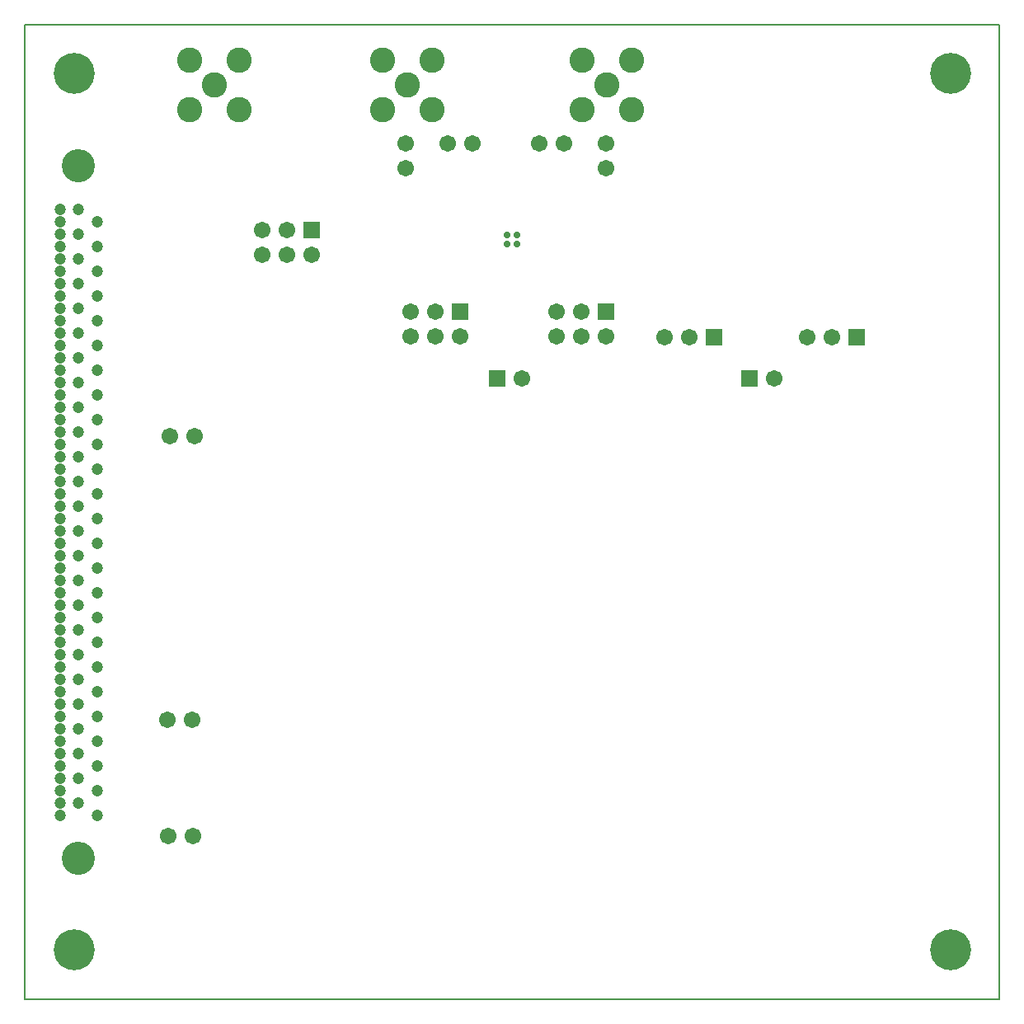
<source format=gbs>
G04*
G04 #@! TF.GenerationSoftware,Altium Limited,Altium Designer,21.7.2 (23)*
G04*
G04 Layer_Color=16711935*
%FSLAX44Y44*%
%MOMM*%
G71*
G04*
G04 #@! TF.SameCoordinates,11932732-5254-49CD-BAFF-0E93D504D006*
G04*
G04*
G04 #@! TF.FilePolarity,Negative*
G04*
G01*
G75*
%ADD14C,0.1500*%
%ADD25C,2.6032*%
%ADD26C,1.7032*%
%ADD27R,1.7032X1.7032*%
%ADD28C,3.4032*%
%ADD29C,1.2032*%
%ADD30C,4.2032*%
%ADD31C,0.7032*%
D14*
X0Y1000000D02*
X1000000D01*
Y0D02*
Y1000000D01*
X0Y0D02*
X1000000D01*
X0D02*
Y1000000D01*
Y0D02*
Y1000000D01*
D25*
X572100Y963980D02*
D03*
X622900D02*
D03*
Y913180D02*
D03*
X572100D02*
D03*
X597500Y938580D02*
D03*
X194600D02*
D03*
X169200Y913180D02*
D03*
X220000D02*
D03*
Y963980D02*
D03*
X169200D02*
D03*
X392100Y938580D02*
D03*
X366700Y913180D02*
D03*
X417500D02*
D03*
Y963980D02*
D03*
X366700D02*
D03*
D26*
X391160Y878840D02*
D03*
Y853440D02*
D03*
X434340Y878840D02*
D03*
X459740D02*
D03*
X596900D02*
D03*
Y853440D02*
D03*
X553720Y878840D02*
D03*
X528320D02*
D03*
X294640Y764540D02*
D03*
X269240Y789940D02*
D03*
Y764540D02*
D03*
X243840Y789940D02*
D03*
Y764540D02*
D03*
X769620Y637540D02*
D03*
X510540D02*
D03*
X447040Y680720D02*
D03*
X421640Y706120D02*
D03*
Y680720D02*
D03*
X396240Y706120D02*
D03*
Y680720D02*
D03*
X596900D02*
D03*
X571500Y706120D02*
D03*
Y680720D02*
D03*
X546100Y706120D02*
D03*
Y680720D02*
D03*
X681700Y679840D02*
D03*
X656300D02*
D03*
X828180D02*
D03*
X802780D02*
D03*
X171730Y286358D02*
D03*
X146330D02*
D03*
X172720Y166840D02*
D03*
X147320D02*
D03*
X173970Y578270D02*
D03*
X148570D02*
D03*
D27*
X294640Y789940D02*
D03*
X744220Y637540D02*
D03*
X485140D02*
D03*
X447040Y706120D02*
D03*
X596900D02*
D03*
X707100Y679840D02*
D03*
X853580D02*
D03*
D28*
X55000Y855200D02*
D03*
Y144000D02*
D03*
D29*
X35950Y810750D02*
D03*
X55000D02*
D03*
X35950Y798050D02*
D03*
X74050D02*
D03*
X35950Y785350D02*
D03*
X55000D02*
D03*
X35950Y772650D02*
D03*
X74050D02*
D03*
X35950Y759950D02*
D03*
X55000D02*
D03*
X35950Y747250D02*
D03*
X74050D02*
D03*
X35950Y734550D02*
D03*
X55000D02*
D03*
X35950Y721850D02*
D03*
X74050D02*
D03*
X35950Y709150D02*
D03*
X55000D02*
D03*
X35950Y696450D02*
D03*
X74050D02*
D03*
X35950Y683750D02*
D03*
X55000D02*
D03*
X35950Y671050D02*
D03*
X74050D02*
D03*
X35950Y658350D02*
D03*
X55000D02*
D03*
X35950Y645650D02*
D03*
X74050D02*
D03*
X35950Y632950D02*
D03*
X55000D02*
D03*
X35950Y620250D02*
D03*
X74050D02*
D03*
X35950Y607550D02*
D03*
X55000D02*
D03*
X35950Y594850D02*
D03*
X74050D02*
D03*
X35950Y582150D02*
D03*
X55000D02*
D03*
X35950Y569450D02*
D03*
X74050D02*
D03*
X35950Y556750D02*
D03*
X55000D02*
D03*
X35950Y544050D02*
D03*
X74050D02*
D03*
X35950Y531350D02*
D03*
X55000D02*
D03*
X35950Y518650D02*
D03*
X74050D02*
D03*
X35950Y505950D02*
D03*
X55000D02*
D03*
X35950Y493250D02*
D03*
X74050D02*
D03*
X35950Y480550D02*
D03*
X55000D02*
D03*
X35950Y467850D02*
D03*
X74050D02*
D03*
X35950Y455150D02*
D03*
X55000D02*
D03*
X35950Y442450D02*
D03*
X74050D02*
D03*
X35950Y429750D02*
D03*
X55000D02*
D03*
X35950Y417050D02*
D03*
X74050D02*
D03*
X35950Y404350D02*
D03*
X55000D02*
D03*
X35950Y391650D02*
D03*
X74050D02*
D03*
X35950Y378950D02*
D03*
X55000D02*
D03*
X35950Y366250D02*
D03*
X74050D02*
D03*
X35950Y353550D02*
D03*
X55000D02*
D03*
X35950Y340850D02*
D03*
X74050D02*
D03*
X35950Y328150D02*
D03*
X55000D02*
D03*
X35950Y315450D02*
D03*
X74050D02*
D03*
X35950Y302750D02*
D03*
X55000D02*
D03*
X35950Y290050D02*
D03*
X74050D02*
D03*
X35950Y277350D02*
D03*
X55000D02*
D03*
X35950Y264650D02*
D03*
X74050D02*
D03*
X35950Y251950D02*
D03*
X55000D02*
D03*
X35950Y239250D02*
D03*
X74050D02*
D03*
X35950Y226550D02*
D03*
X55000D02*
D03*
X35950Y213850D02*
D03*
X74050D02*
D03*
X35950Y201150D02*
D03*
X55000D02*
D03*
X35950Y188450D02*
D03*
X74050D02*
D03*
D30*
X50000Y50000D02*
D03*
X950000D02*
D03*
Y950000D02*
D03*
X50000Y950000D02*
D03*
D31*
X495250Y784750D02*
D03*
Y775250D02*
D03*
X504750D02*
D03*
Y784750D02*
D03*
M02*

</source>
